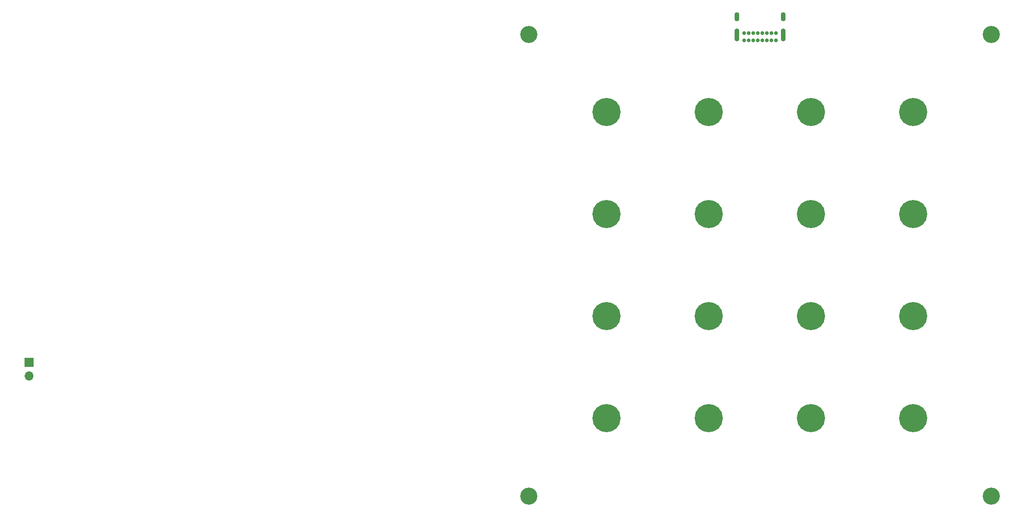
<source format=gbr>
%TF.GenerationSoftware,KiCad,Pcbnew,8.0.3*%
%TF.CreationDate,2024-06-18T00:53:01+07:00*%
%TF.ProjectId,Bandung_v1.0.0,42616e64-756e-4675-9f76-312e302e302e,rev?*%
%TF.SameCoordinates,Original*%
%TF.FileFunction,Soldermask,Top*%
%TF.FilePolarity,Negative*%
%FSLAX46Y46*%
G04 Gerber Fmt 4.6, Leading zero omitted, Abs format (unit mm)*
G04 Created by KiCad (PCBNEW 8.0.3) date 2024-06-18 00:53:01*
%MOMM*%
%LPD*%
G01*
G04 APERTURE LIST*
%ADD10C,3.200000*%
%ADD11C,5.250000*%
%ADD12C,0.700000*%
%ADD13O,0.900000X1.700000*%
%ADD14O,0.900000X2.400000*%
%ADD15R,1.700000X1.700000*%
%ADD16O,1.700000X1.700000*%
G04 APERTURE END LIST*
D10*
%TO.C,H2*%
X187400000Y-5000000D03*
%TD*%
%TO.C,H4*%
X187400000Y-91200000D03*
%TD*%
%TO.C,H1*%
X101200000Y-5000000D03*
%TD*%
%TO.C,H3*%
X101200000Y-91200000D03*
%TD*%
D11*
%TO.C,CH9*%
X115725000Y-57625000D03*
%TD*%
%TO.C,CH6*%
X134775000Y-38575000D03*
%TD*%
%TO.C,CH7*%
X153825000Y-38575000D03*
%TD*%
%TO.C,CH5*%
X115725000Y-38575000D03*
%TD*%
%TO.C,CH10*%
X134775000Y-57625000D03*
%TD*%
%TO.C,CH11*%
X153825000Y-57625000D03*
%TD*%
%TO.C,CH4*%
X172875000Y-19525000D03*
%TD*%
D12*
%TO.C,J1*%
X141325000Y-6100000D03*
X142175000Y-6100000D03*
X143025000Y-6100000D03*
X143875000Y-6100000D03*
X144725000Y-6100000D03*
X145575000Y-6100000D03*
X146425000Y-6100000D03*
X147275000Y-6100000D03*
X147275000Y-4750000D03*
X146425000Y-4750000D03*
X145575000Y-4750000D03*
X144725000Y-4750000D03*
X143875000Y-4750000D03*
X143025000Y-4750000D03*
X142175000Y-4750000D03*
X141325000Y-4750000D03*
D13*
X139975000Y-1740000D03*
D14*
X139975000Y-5120000D03*
D13*
X148625000Y-1740000D03*
D14*
X148625000Y-5120000D03*
%TD*%
D11*
%TO.C,CH12*%
X172875000Y-57625000D03*
%TD*%
D15*
%TO.C,J2*%
X8050236Y-66205000D03*
D16*
X8050236Y-68745000D03*
%TD*%
D11*
%TO.C,CH15*%
X153825000Y-76675000D03*
%TD*%
%TO.C,CH8*%
X172875000Y-38575000D03*
%TD*%
%TO.C,CH16*%
X172875000Y-76675000D03*
%TD*%
%TO.C,CH2*%
X134775000Y-19525000D03*
%TD*%
%TO.C,CH14*%
X134775000Y-76675000D03*
%TD*%
%TO.C,CH13*%
X115725000Y-76675000D03*
%TD*%
%TO.C,CH3*%
X153825000Y-19525000D03*
%TD*%
%TO.C,CH1*%
X115725000Y-19525000D03*
%TD*%
M02*

</source>
